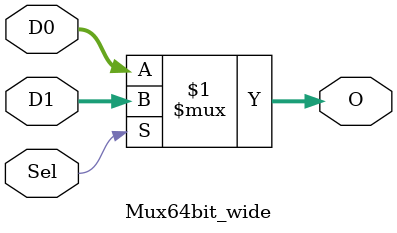
<source format=v>
`timescale 1ns / 1ps
module Mux64bit_wide(
    input [63:0] D0,
    input [63:0] D1,
    output [63:0] O,
    input Sel
    );

	assign O = (Sel)? D1 : D0;

endmodule

</source>
